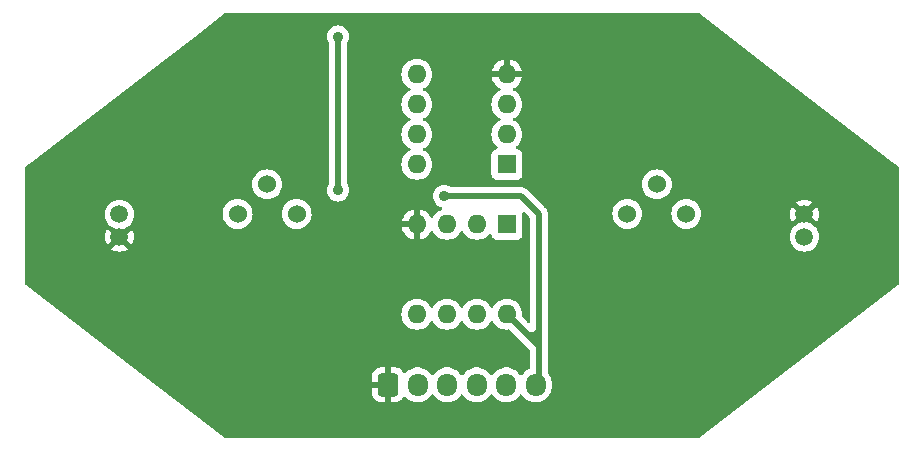
<source format=gbl>
G04 #@! TF.GenerationSoftware,KiCad,Pcbnew,8.0.6-8.0.6-0~ubuntu24.04.1*
G04 #@! TF.CreationDate,2024-10-31T11:29:27+09:00*
G04 #@! TF.ProjectId,zatopos-ear-mic,7a61746f-706f-4732-9d65-61722d6d6963,rev?*
G04 #@! TF.SameCoordinates,Original*
G04 #@! TF.FileFunction,Copper,L2,Bot*
G04 #@! TF.FilePolarity,Positive*
%FSLAX46Y46*%
G04 Gerber Fmt 4.6, Leading zero omitted, Abs format (unit mm)*
G04 Created by KiCad (PCBNEW 8.0.6-8.0.6-0~ubuntu24.04.1) date 2024-10-31 11:29:27*
%MOMM*%
%LPD*%
G01*
G04 APERTURE LIST*
G04 Aperture macros list*
%AMRoundRect*
0 Rectangle with rounded corners*
0 $1 Rounding radius*
0 $2 $3 $4 $5 $6 $7 $8 $9 X,Y pos of 4 corners*
0 Add a 4 corners polygon primitive as box body*
4,1,4,$2,$3,$4,$5,$6,$7,$8,$9,$2,$3,0*
0 Add four circle primitives for the rounded corners*
1,1,$1+$1,$2,$3*
1,1,$1+$1,$4,$5*
1,1,$1+$1,$6,$7*
1,1,$1+$1,$8,$9*
0 Add four rect primitives between the rounded corners*
20,1,$1+$1,$2,$3,$4,$5,0*
20,1,$1+$1,$4,$5,$6,$7,0*
20,1,$1+$1,$6,$7,$8,$9,0*
20,1,$1+$1,$8,$9,$2,$3,0*%
G04 Aperture macros list end*
G04 #@! TA.AperFunction,ComponentPad*
%ADD10RoundRect,0.250000X-0.600000X-0.725000X0.600000X-0.725000X0.600000X0.725000X-0.600000X0.725000X0*%
G04 #@! TD*
G04 #@! TA.AperFunction,ComponentPad*
%ADD11O,1.700000X1.950000*%
G04 #@! TD*
G04 #@! TA.AperFunction,ComponentPad*
%ADD12C,1.524000*%
G04 #@! TD*
G04 #@! TA.AperFunction,ComponentPad*
%ADD13R,1.600000X1.600000*%
G04 #@! TD*
G04 #@! TA.AperFunction,ComponentPad*
%ADD14O,1.600000X1.600000*%
G04 #@! TD*
G04 #@! TA.AperFunction,ComponentPad*
%ADD15C,1.500000*%
G04 #@! TD*
G04 #@! TA.AperFunction,ViaPad*
%ADD16C,0.900000*%
G04 #@! TD*
G04 #@! TA.AperFunction,Conductor*
%ADD17C,0.500000*%
G04 #@! TD*
G04 APERTURE END LIST*
D10*
X143750000Y-113475000D03*
D11*
X146250000Y-113475000D03*
X148750000Y-113475000D03*
X151250000Y-113475000D03*
X153750000Y-113475000D03*
X156250000Y-113475000D03*
D12*
X131000000Y-99000000D03*
X133500000Y-96500000D03*
X136000000Y-99000000D03*
D13*
X153800000Y-94800000D03*
D14*
X153800000Y-92260000D03*
X153800000Y-89720000D03*
X153800000Y-87180000D03*
X146180000Y-87180000D03*
X146180000Y-89720000D03*
X146180000Y-92260000D03*
X146180000Y-94800000D03*
D13*
X153800000Y-99880000D03*
D14*
X151260000Y-99880000D03*
X148720000Y-99880000D03*
X146180000Y-99880000D03*
X146180000Y-107500000D03*
X148720000Y-107500000D03*
X151260000Y-107500000D03*
X153800000Y-107500000D03*
D12*
X164000000Y-99000000D03*
X166500000Y-96500000D03*
X169000000Y-99000000D03*
D15*
X179000000Y-100950000D03*
X179000000Y-99050000D03*
X121000000Y-99050000D03*
X121000000Y-100950000D03*
D16*
X150000000Y-104000000D03*
X160000000Y-88500000D03*
X150000000Y-91000000D03*
X139500000Y-97000000D03*
X139500000Y-84000000D03*
X148500000Y-97500000D03*
D17*
X139500000Y-84000000D02*
X139500000Y-97000000D01*
X155000000Y-97500000D02*
X156500000Y-99000000D01*
X156500000Y-113225000D02*
X156250000Y-113475000D01*
X153800000Y-107500000D02*
X156500000Y-110200000D01*
X148500000Y-97500000D02*
X155000000Y-97500000D01*
X156250000Y-113750000D02*
X156250000Y-113475000D01*
X156500000Y-99000000D02*
X156500000Y-113225000D01*
G04 #@! TA.AperFunction,Conductor*
G36*
X156419334Y-108683180D02*
G01*
X156475267Y-108725052D01*
X156499684Y-108790516D01*
X156500000Y-108799362D01*
X156500000Y-110200638D01*
X156480315Y-110267677D01*
X156427511Y-110313432D01*
X156358353Y-110323376D01*
X156294797Y-110294351D01*
X156288319Y-110288319D01*
X155211681Y-109211681D01*
X155178196Y-109150358D01*
X155183180Y-109080666D01*
X155225052Y-109024733D01*
X155290516Y-109000316D01*
X155299362Y-109000000D01*
X156000000Y-109000000D01*
X156288319Y-108711681D01*
X156349642Y-108678196D01*
X156419334Y-108683180D01*
G37*
G04 #@! TD.AperFunction*
G04 #@! TA.AperFunction,Conductor*
G36*
X170025061Y-82019685D02*
G01*
X170033346Y-82025500D01*
X175066696Y-85874532D01*
X186442010Y-94573302D01*
X186951324Y-94962777D01*
X186992620Y-95019136D01*
X187000000Y-95061277D01*
X187000000Y-104938722D01*
X186980315Y-105005761D01*
X186951324Y-105037222D01*
X170033346Y-117974500D01*
X169968135Y-117999587D01*
X169958022Y-118000000D01*
X130041978Y-118000000D01*
X129974939Y-117980315D01*
X129966654Y-117974500D01*
X123069248Y-112700013D01*
X142400000Y-112700013D01*
X142400000Y-113225000D01*
X143345854Y-113225000D01*
X143307370Y-113291657D01*
X143275000Y-113412465D01*
X143275000Y-113537535D01*
X143307370Y-113658343D01*
X143345854Y-113725000D01*
X142400001Y-113725000D01*
X142400001Y-114249986D01*
X142410494Y-114352697D01*
X142465641Y-114519119D01*
X142465643Y-114519124D01*
X142557684Y-114668345D01*
X142681654Y-114792315D01*
X142830875Y-114884356D01*
X142830880Y-114884358D01*
X142997302Y-114939505D01*
X142997309Y-114939506D01*
X143100019Y-114949999D01*
X143499999Y-114949999D01*
X143500000Y-114949998D01*
X143500000Y-113879145D01*
X143566657Y-113917630D01*
X143687465Y-113950000D01*
X143812535Y-113950000D01*
X143933343Y-113917630D01*
X144000000Y-113879145D01*
X144000000Y-114949999D01*
X144399972Y-114949999D01*
X144399986Y-114949998D01*
X144502697Y-114939505D01*
X144669119Y-114884358D01*
X144669124Y-114884356D01*
X144818345Y-114792315D01*
X144942317Y-114668343D01*
X145037815Y-114513516D01*
X145089763Y-114466791D01*
X145158725Y-114455568D01*
X145222808Y-114483412D01*
X145231035Y-114490931D01*
X145370213Y-114630109D01*
X145542179Y-114755048D01*
X145542181Y-114755049D01*
X145542184Y-114755051D01*
X145731588Y-114851557D01*
X145933757Y-114917246D01*
X146143713Y-114950500D01*
X146143714Y-114950500D01*
X146356286Y-114950500D01*
X146356287Y-114950500D01*
X146566243Y-114917246D01*
X146768412Y-114851557D01*
X146957816Y-114755051D01*
X147007599Y-114718882D01*
X147129786Y-114630109D01*
X147129788Y-114630106D01*
X147129792Y-114630104D01*
X147280104Y-114479792D01*
X147399683Y-114315204D01*
X147455011Y-114272540D01*
X147524624Y-114266561D01*
X147586420Y-114299166D01*
X147600313Y-114315199D01*
X147702296Y-114455568D01*
X147719896Y-114479792D01*
X147870213Y-114630109D01*
X148042179Y-114755048D01*
X148042181Y-114755049D01*
X148042184Y-114755051D01*
X148231588Y-114851557D01*
X148433757Y-114917246D01*
X148643713Y-114950500D01*
X148643714Y-114950500D01*
X148856286Y-114950500D01*
X148856287Y-114950500D01*
X149066243Y-114917246D01*
X149268412Y-114851557D01*
X149457816Y-114755051D01*
X149507599Y-114718882D01*
X149629786Y-114630109D01*
X149629788Y-114630106D01*
X149629792Y-114630104D01*
X149780104Y-114479792D01*
X149899683Y-114315204D01*
X149955011Y-114272540D01*
X150024624Y-114266561D01*
X150086420Y-114299166D01*
X150100313Y-114315199D01*
X150202296Y-114455568D01*
X150219896Y-114479792D01*
X150370213Y-114630109D01*
X150542179Y-114755048D01*
X150542181Y-114755049D01*
X150542184Y-114755051D01*
X150731588Y-114851557D01*
X150933757Y-114917246D01*
X151143713Y-114950500D01*
X151143714Y-114950500D01*
X151356286Y-114950500D01*
X151356287Y-114950500D01*
X151566243Y-114917246D01*
X151768412Y-114851557D01*
X151957816Y-114755051D01*
X152007599Y-114718882D01*
X152129786Y-114630109D01*
X152129788Y-114630106D01*
X152129792Y-114630104D01*
X152280104Y-114479792D01*
X152399683Y-114315204D01*
X152455011Y-114272540D01*
X152524624Y-114266561D01*
X152586420Y-114299166D01*
X152600313Y-114315199D01*
X152702296Y-114455568D01*
X152719896Y-114479792D01*
X152870213Y-114630109D01*
X153042179Y-114755048D01*
X153042181Y-114755049D01*
X153042184Y-114755051D01*
X153231588Y-114851557D01*
X153433757Y-114917246D01*
X153643713Y-114950500D01*
X153643714Y-114950500D01*
X153856286Y-114950500D01*
X153856287Y-114950500D01*
X154066243Y-114917246D01*
X154268412Y-114851557D01*
X154457816Y-114755051D01*
X154507599Y-114718882D01*
X154629786Y-114630109D01*
X154629788Y-114630106D01*
X154629792Y-114630104D01*
X154780104Y-114479792D01*
X154899683Y-114315204D01*
X154955011Y-114272540D01*
X155024624Y-114266561D01*
X155086420Y-114299166D01*
X155100313Y-114315199D01*
X155202296Y-114455568D01*
X155219896Y-114479792D01*
X155370213Y-114630109D01*
X155542179Y-114755048D01*
X155542181Y-114755049D01*
X155542184Y-114755051D01*
X155731588Y-114851557D01*
X155933757Y-114917246D01*
X156143713Y-114950500D01*
X156143714Y-114950500D01*
X156356286Y-114950500D01*
X156356287Y-114950500D01*
X156566243Y-114917246D01*
X156768412Y-114851557D01*
X156957816Y-114755051D01*
X157007599Y-114718882D01*
X157129786Y-114630109D01*
X157129788Y-114630106D01*
X157129792Y-114630104D01*
X157280104Y-114479792D01*
X157280106Y-114479788D01*
X157280109Y-114479786D01*
X157405048Y-114307820D01*
X157405047Y-114307820D01*
X157405051Y-114307816D01*
X157501557Y-114118412D01*
X157567246Y-113916243D01*
X157600500Y-113706287D01*
X157600500Y-113243713D01*
X157567246Y-113033757D01*
X157501557Y-112831588D01*
X157405051Y-112642184D01*
X157405049Y-112642181D01*
X157405048Y-112642179D01*
X157277241Y-112466266D01*
X157278108Y-112465635D01*
X157251641Y-112406581D01*
X157250500Y-112389800D01*
X157250500Y-100950000D01*
X177744723Y-100950000D01*
X177762996Y-101158872D01*
X177763793Y-101167975D01*
X177763793Y-101167979D01*
X177820422Y-101379322D01*
X177820424Y-101379326D01*
X177820425Y-101379330D01*
X177866661Y-101478484D01*
X177912897Y-101577638D01*
X177912898Y-101577639D01*
X178038402Y-101756877D01*
X178193123Y-101911598D01*
X178372361Y-102037102D01*
X178570670Y-102129575D01*
X178782023Y-102186207D01*
X178964926Y-102202208D01*
X178999998Y-102205277D01*
X179000000Y-102205277D01*
X179000002Y-102205277D01*
X179028254Y-102202805D01*
X179217977Y-102186207D01*
X179429330Y-102129575D01*
X179627639Y-102037102D01*
X179806877Y-101911598D01*
X179961598Y-101756877D01*
X180087102Y-101577639D01*
X180179575Y-101379330D01*
X180236207Y-101167977D01*
X180255277Y-100950000D01*
X180236207Y-100732023D01*
X180179575Y-100520670D01*
X180087102Y-100322362D01*
X180087100Y-100322359D01*
X180087099Y-100322357D01*
X179961599Y-100143124D01*
X179916006Y-100097531D01*
X179806877Y-99988402D01*
X179627639Y-99862898D01*
X179627640Y-99862898D01*
X179627638Y-99862897D01*
X179429330Y-99770425D01*
X179376099Y-99756161D01*
X179320514Y-99724068D01*
X179000001Y-99403553D01*
X179000000Y-99403553D01*
X178679484Y-99724068D01*
X178623899Y-99756161D01*
X178570671Y-99770424D01*
X178570670Y-99770424D01*
X178372361Y-99862898D01*
X178372357Y-99862900D01*
X178193121Y-99988402D01*
X178038402Y-100143121D01*
X177912900Y-100322357D01*
X177912898Y-100322361D01*
X177820426Y-100520668D01*
X177820422Y-100520677D01*
X177763793Y-100732020D01*
X177763793Y-100732024D01*
X177747144Y-100922331D01*
X177744723Y-100950000D01*
X157250500Y-100950000D01*
X157250500Y-98999997D01*
X162732677Y-98999997D01*
X162732677Y-99000002D01*
X162751929Y-99220062D01*
X162751930Y-99220070D01*
X162809104Y-99433445D01*
X162809105Y-99433447D01*
X162809106Y-99433450D01*
X162830501Y-99479331D01*
X162902466Y-99633662D01*
X162902468Y-99633666D01*
X163029170Y-99814615D01*
X163029175Y-99814621D01*
X163185378Y-99970824D01*
X163185384Y-99970829D01*
X163366333Y-100097531D01*
X163366335Y-100097532D01*
X163366338Y-100097534D01*
X163566550Y-100190894D01*
X163779932Y-100248070D01*
X163921188Y-100260428D01*
X163999998Y-100267323D01*
X164000000Y-100267323D01*
X164000002Y-100267323D01*
X164055017Y-100262509D01*
X164220068Y-100248070D01*
X164433450Y-100190894D01*
X164633662Y-100097534D01*
X164814620Y-99970826D01*
X164970826Y-99814620D01*
X165097534Y-99633662D01*
X165190894Y-99433450D01*
X165248070Y-99220068D01*
X165262509Y-99055017D01*
X165267323Y-99000002D01*
X165267323Y-98999997D01*
X167732677Y-98999997D01*
X167732677Y-99000002D01*
X167751929Y-99220062D01*
X167751930Y-99220070D01*
X167809104Y-99433445D01*
X167809105Y-99433447D01*
X167809106Y-99433450D01*
X167830501Y-99479331D01*
X167902466Y-99633662D01*
X167902468Y-99633666D01*
X168029170Y-99814615D01*
X168029175Y-99814621D01*
X168185378Y-99970824D01*
X168185384Y-99970829D01*
X168366333Y-100097531D01*
X168366335Y-100097532D01*
X168366338Y-100097534D01*
X168566550Y-100190894D01*
X168779932Y-100248070D01*
X168921188Y-100260428D01*
X168999998Y-100267323D01*
X169000000Y-100267323D01*
X169000002Y-100267323D01*
X169055017Y-100262509D01*
X169220068Y-100248070D01*
X169433450Y-100190894D01*
X169633662Y-100097534D01*
X169814620Y-99970826D01*
X169970826Y-99814620D01*
X170097534Y-99633662D01*
X170190894Y-99433450D01*
X170248070Y-99220068D01*
X170262509Y-99055017D01*
X170262948Y-99049999D01*
X177745225Y-99049999D01*
X177745225Y-99050000D01*
X177764287Y-99267884D01*
X177764289Y-99267894D01*
X177820894Y-99479150D01*
X177820898Y-99479159D01*
X177913333Y-99677387D01*
X177956874Y-99739571D01*
X178646446Y-99050000D01*
X178606950Y-99010504D01*
X178700000Y-99010504D01*
X178700000Y-99089496D01*
X178720444Y-99165796D01*
X178759940Y-99234205D01*
X178815795Y-99290060D01*
X178884204Y-99329556D01*
X178960504Y-99350000D01*
X179039496Y-99350000D01*
X179115796Y-99329556D01*
X179184205Y-99290060D01*
X179240060Y-99234205D01*
X179279556Y-99165796D01*
X179300000Y-99089496D01*
X179300000Y-99049999D01*
X179353553Y-99049999D01*
X179353553Y-99050000D01*
X180043124Y-99739570D01*
X180086668Y-99677385D01*
X180086669Y-99677383D01*
X180179100Y-99479164D01*
X180179105Y-99479150D01*
X180235710Y-99267894D01*
X180235712Y-99267884D01*
X180254775Y-99050000D01*
X180254775Y-99049999D01*
X180235712Y-98832115D01*
X180235710Y-98832105D01*
X180179105Y-98620849D01*
X180179101Y-98620840D01*
X180086667Y-98422614D01*
X180086666Y-98422612D01*
X180043124Y-98360428D01*
X180043124Y-98360427D01*
X179353553Y-99049999D01*
X179300000Y-99049999D01*
X179300000Y-99010504D01*
X179279556Y-98934204D01*
X179240060Y-98865795D01*
X179184205Y-98809940D01*
X179115796Y-98770444D01*
X179039496Y-98750000D01*
X178960504Y-98750000D01*
X178884204Y-98770444D01*
X178815795Y-98809940D01*
X178759940Y-98865795D01*
X178720444Y-98934204D01*
X178700000Y-99010504D01*
X178606950Y-99010504D01*
X177956874Y-98360428D01*
X177913333Y-98422613D01*
X177820898Y-98620840D01*
X177820894Y-98620849D01*
X177764289Y-98832105D01*
X177764287Y-98832115D01*
X177745225Y-99049999D01*
X170262948Y-99049999D01*
X170267323Y-99000002D01*
X170267323Y-98999997D01*
X170258398Y-98897983D01*
X170248070Y-98779932D01*
X170190894Y-98566550D01*
X170097534Y-98366339D01*
X170011258Y-98243123D01*
X169970827Y-98185381D01*
X169960803Y-98175357D01*
X169814620Y-98029174D01*
X169814616Y-98029171D01*
X169814615Y-98029170D01*
X169782773Y-98006874D01*
X178310428Y-98006874D01*
X179000000Y-98696446D01*
X179000001Y-98696446D01*
X179689571Y-98006874D01*
X179627387Y-97963333D01*
X179429159Y-97870898D01*
X179429150Y-97870894D01*
X179217894Y-97814289D01*
X179217884Y-97814287D01*
X179000001Y-97795225D01*
X178999999Y-97795225D01*
X178782115Y-97814287D01*
X178782105Y-97814289D01*
X178570849Y-97870894D01*
X178570840Y-97870898D01*
X178372613Y-97963333D01*
X178310428Y-98006874D01*
X169782773Y-98006874D01*
X169633666Y-97902468D01*
X169633662Y-97902466D01*
X169633660Y-97902465D01*
X169433450Y-97809106D01*
X169433447Y-97809105D01*
X169433445Y-97809104D01*
X169220070Y-97751930D01*
X169220062Y-97751929D01*
X169000002Y-97732677D01*
X168999998Y-97732677D01*
X168779937Y-97751929D01*
X168779929Y-97751930D01*
X168566554Y-97809104D01*
X168566548Y-97809107D01*
X168366340Y-97902465D01*
X168366338Y-97902466D01*
X168185377Y-98029175D01*
X168029175Y-98185377D01*
X167902466Y-98366338D01*
X167902465Y-98366340D01*
X167809107Y-98566548D01*
X167809104Y-98566554D01*
X167751930Y-98779929D01*
X167751929Y-98779937D01*
X167732677Y-98999997D01*
X165267323Y-98999997D01*
X165258398Y-98897983D01*
X165248070Y-98779932D01*
X165190894Y-98566550D01*
X165097534Y-98366339D01*
X165011258Y-98243123D01*
X164970827Y-98185381D01*
X164960803Y-98175357D01*
X164814620Y-98029174D01*
X164814616Y-98029171D01*
X164814615Y-98029170D01*
X164633666Y-97902468D01*
X164633662Y-97902466D01*
X164633660Y-97902465D01*
X164433450Y-97809106D01*
X164433447Y-97809105D01*
X164433445Y-97809104D01*
X164220070Y-97751930D01*
X164220062Y-97751929D01*
X164000002Y-97732677D01*
X163999998Y-97732677D01*
X163779937Y-97751929D01*
X163779929Y-97751930D01*
X163566554Y-97809104D01*
X163566548Y-97809107D01*
X163366340Y-97902465D01*
X163366338Y-97902466D01*
X163185377Y-98029175D01*
X163029175Y-98185377D01*
X162902466Y-98366338D01*
X162902465Y-98366340D01*
X162809107Y-98566548D01*
X162809104Y-98566554D01*
X162751930Y-98779929D01*
X162751929Y-98779937D01*
X162732677Y-98999997D01*
X157250500Y-98999997D01*
X157250500Y-98926079D01*
X157221659Y-98781092D01*
X157221658Y-98781091D01*
X157221658Y-98781087D01*
X157217250Y-98770444D01*
X157165087Y-98644511D01*
X157165080Y-98644498D01*
X157082952Y-98521585D01*
X157067941Y-98506574D01*
X156978416Y-98417049D01*
X156649769Y-98088402D01*
X155478421Y-96917052D01*
X155478414Y-96917046D01*
X155404729Y-96867812D01*
X155404729Y-96867813D01*
X155355491Y-96834913D01*
X155218917Y-96778343D01*
X155218907Y-96778340D01*
X155073920Y-96749500D01*
X155073918Y-96749500D01*
X149128163Y-96749500D01*
X149061124Y-96729815D01*
X149049504Y-96721358D01*
X149030625Y-96705864D01*
X149030624Y-96705863D01*
X149030621Y-96705861D01*
X149030619Y-96705860D01*
X148865502Y-96617604D01*
X148686333Y-96563253D01*
X148686331Y-96563252D01*
X148500000Y-96544901D01*
X148313668Y-96563252D01*
X148313666Y-96563253D01*
X148134497Y-96617604D01*
X147969376Y-96705862D01*
X147969373Y-96705864D01*
X147824642Y-96824642D01*
X147705864Y-96969373D01*
X147705862Y-96969376D01*
X147617604Y-97134497D01*
X147563253Y-97313666D01*
X147563252Y-97313668D01*
X147544901Y-97500000D01*
X147563252Y-97686331D01*
X147563253Y-97686333D01*
X147617604Y-97865502D01*
X147705862Y-98030623D01*
X147705864Y-98030626D01*
X147824642Y-98175357D01*
X147969373Y-98294135D01*
X147969376Y-98294137D01*
X148134494Y-98382394D01*
X148134496Y-98382394D01*
X148134499Y-98382396D01*
X148260517Y-98420623D01*
X148318954Y-98458920D01*
X148347410Y-98522732D01*
X148336850Y-98591799D01*
X148290626Y-98644193D01*
X148276925Y-98651665D01*
X148067267Y-98749431D01*
X148067265Y-98749432D01*
X147880858Y-98879954D01*
X147719954Y-99040858D01*
X147589433Y-99227264D01*
X147589432Y-99227266D01*
X147570492Y-99267884D01*
X147562106Y-99285867D01*
X147515933Y-99338306D01*
X147448739Y-99357457D01*
X147381858Y-99337241D01*
X147337342Y-99285865D01*
X147310135Y-99227520D01*
X147310134Y-99227518D01*
X147179657Y-99041179D01*
X147018820Y-98880342D01*
X146832482Y-98749865D01*
X146626328Y-98653734D01*
X146430000Y-98601127D01*
X146430000Y-99564314D01*
X146425606Y-99559920D01*
X146334394Y-99507259D01*
X146232661Y-99480000D01*
X146127339Y-99480000D01*
X146025606Y-99507259D01*
X145934394Y-99559920D01*
X145930000Y-99564314D01*
X145930000Y-98601127D01*
X145733671Y-98653734D01*
X145527517Y-98749865D01*
X145341179Y-98880342D01*
X145180342Y-99041179D01*
X145049865Y-99227517D01*
X144953734Y-99433673D01*
X144953730Y-99433682D01*
X144901127Y-99629999D01*
X144901128Y-99630000D01*
X145864314Y-99630000D01*
X145859920Y-99634394D01*
X145807259Y-99725606D01*
X145780000Y-99827339D01*
X145780000Y-99932661D01*
X145807259Y-100034394D01*
X145859920Y-100125606D01*
X145864314Y-100130000D01*
X144901128Y-100130000D01*
X144953730Y-100326317D01*
X144953734Y-100326326D01*
X145049865Y-100532482D01*
X145180342Y-100718820D01*
X145341179Y-100879657D01*
X145527517Y-101010134D01*
X145733673Y-101106265D01*
X145733682Y-101106269D01*
X145929999Y-101158872D01*
X145930000Y-101158871D01*
X145930000Y-100195686D01*
X145934394Y-100200080D01*
X146025606Y-100252741D01*
X146127339Y-100280000D01*
X146232661Y-100280000D01*
X146334394Y-100252741D01*
X146425606Y-100200080D01*
X146430000Y-100195686D01*
X146430000Y-101158872D01*
X146626317Y-101106269D01*
X146626326Y-101106265D01*
X146832482Y-101010134D01*
X147018820Y-100879657D01*
X147179657Y-100718820D01*
X147310132Y-100532484D01*
X147337341Y-100474134D01*
X147383513Y-100421695D01*
X147450707Y-100402542D01*
X147517588Y-100422757D01*
X147562106Y-100474133D01*
X147589431Y-100532732D01*
X147589432Y-100532734D01*
X147719954Y-100719141D01*
X147880858Y-100880045D01*
X147880861Y-100880047D01*
X148067266Y-101010568D01*
X148273504Y-101106739D01*
X148493308Y-101165635D01*
X148655230Y-101179801D01*
X148719998Y-101185468D01*
X148720000Y-101185468D01*
X148720002Y-101185468D01*
X148776807Y-101180498D01*
X148946692Y-101165635D01*
X149166496Y-101106739D01*
X149372734Y-101010568D01*
X149559139Y-100880047D01*
X149720047Y-100719139D01*
X149850568Y-100532734D01*
X149877618Y-100474724D01*
X149923790Y-100422285D01*
X149990983Y-100403133D01*
X150057865Y-100423348D01*
X150102382Y-100474725D01*
X150129429Y-100532728D01*
X150129432Y-100532734D01*
X150259954Y-100719141D01*
X150420858Y-100880045D01*
X150420861Y-100880047D01*
X150607266Y-101010568D01*
X150813504Y-101106739D01*
X151033308Y-101165635D01*
X151195230Y-101179801D01*
X151259998Y-101185468D01*
X151260000Y-101185468D01*
X151260002Y-101185468D01*
X151316807Y-101180498D01*
X151486692Y-101165635D01*
X151706496Y-101106739D01*
X151912734Y-101010568D01*
X152099139Y-100880047D01*
X152260047Y-100719139D01*
X152277272Y-100694539D01*
X152331848Y-100650913D01*
X152401346Y-100643718D01*
X152463701Y-100675239D01*
X152499116Y-100735468D01*
X152502138Y-100752406D01*
X152505908Y-100787483D01*
X152556202Y-100922328D01*
X152556206Y-100922335D01*
X152642452Y-101037544D01*
X152642455Y-101037547D01*
X152757664Y-101123793D01*
X152757671Y-101123797D01*
X152892517Y-101174091D01*
X152892516Y-101174091D01*
X152899444Y-101174835D01*
X152952127Y-101180500D01*
X154647872Y-101180499D01*
X154707483Y-101174091D01*
X154842331Y-101123796D01*
X154957546Y-101037546D01*
X155043796Y-100922331D01*
X155094091Y-100787483D01*
X155100500Y-100727873D01*
X155100499Y-99032128D01*
X155094091Y-98972517D01*
X155094090Y-98972515D01*
X155093470Y-98966743D01*
X155105877Y-98897983D01*
X155153487Y-98846847D01*
X155221187Y-98829568D01*
X155287481Y-98851633D01*
X155304441Y-98865808D01*
X155713181Y-99274548D01*
X155746666Y-99335871D01*
X155749500Y-99362229D01*
X155749500Y-108088770D01*
X155729815Y-108155809D01*
X155677011Y-108201564D01*
X155607853Y-108211508D01*
X155544297Y-108182483D01*
X155537819Y-108176451D01*
X155126716Y-107765348D01*
X155093231Y-107704025D01*
X155090869Y-107666863D01*
X155105468Y-107500000D01*
X155085635Y-107273308D01*
X155026739Y-107053504D01*
X154930568Y-106847266D01*
X154800047Y-106660861D01*
X154800045Y-106660858D01*
X154639141Y-106499954D01*
X154452734Y-106369432D01*
X154452732Y-106369431D01*
X154246497Y-106273261D01*
X154246488Y-106273258D01*
X154026697Y-106214366D01*
X154026693Y-106214365D01*
X154026692Y-106214365D01*
X154026691Y-106214364D01*
X154026686Y-106214364D01*
X153800002Y-106194532D01*
X153799998Y-106194532D01*
X153573313Y-106214364D01*
X153573302Y-106214366D01*
X153353511Y-106273258D01*
X153353502Y-106273261D01*
X153147267Y-106369431D01*
X153147265Y-106369432D01*
X152960858Y-106499954D01*
X152799954Y-106660858D01*
X152669432Y-106847265D01*
X152669431Y-106847267D01*
X152642382Y-106905275D01*
X152596209Y-106957714D01*
X152529016Y-106976866D01*
X152462135Y-106956650D01*
X152417618Y-106905275D01*
X152390568Y-106847267D01*
X152390567Y-106847265D01*
X152260045Y-106660858D01*
X152099141Y-106499954D01*
X151912734Y-106369432D01*
X151912732Y-106369431D01*
X151706497Y-106273261D01*
X151706488Y-106273258D01*
X151486697Y-106214366D01*
X151486693Y-106214365D01*
X151486692Y-106214365D01*
X151486691Y-106214364D01*
X151486686Y-106214364D01*
X151260002Y-106194532D01*
X151259998Y-106194532D01*
X151033313Y-106214364D01*
X151033302Y-106214366D01*
X150813511Y-106273258D01*
X150813502Y-106273261D01*
X150607267Y-106369431D01*
X150607265Y-106369432D01*
X150420858Y-106499954D01*
X150259954Y-106660858D01*
X150129432Y-106847265D01*
X150129431Y-106847267D01*
X150102382Y-106905275D01*
X150056209Y-106957714D01*
X149989016Y-106976866D01*
X149922135Y-106956650D01*
X149877618Y-106905275D01*
X149850568Y-106847267D01*
X149850567Y-106847265D01*
X149720045Y-106660858D01*
X149559141Y-106499954D01*
X149372734Y-106369432D01*
X149372732Y-106369431D01*
X149166497Y-106273261D01*
X149166488Y-106273258D01*
X148946697Y-106214366D01*
X148946693Y-106214365D01*
X148946692Y-106214365D01*
X148946691Y-106214364D01*
X148946686Y-106214364D01*
X148720002Y-106194532D01*
X148719998Y-106194532D01*
X148493313Y-106214364D01*
X148493302Y-106214366D01*
X148273511Y-106273258D01*
X148273502Y-106273261D01*
X148067267Y-106369431D01*
X148067265Y-106369432D01*
X147880858Y-106499954D01*
X147719954Y-106660858D01*
X147589432Y-106847265D01*
X147589431Y-106847267D01*
X147562382Y-106905275D01*
X147516209Y-106957714D01*
X147449016Y-106976866D01*
X147382135Y-106956650D01*
X147337618Y-106905275D01*
X147310568Y-106847267D01*
X147310567Y-106847265D01*
X147180045Y-106660858D01*
X147019141Y-106499954D01*
X146832734Y-106369432D01*
X146832732Y-106369431D01*
X146626497Y-106273261D01*
X146626488Y-106273258D01*
X146406697Y-106214366D01*
X146406693Y-106214365D01*
X146406692Y-106214365D01*
X146406691Y-106214364D01*
X146406686Y-106214364D01*
X146180002Y-106194532D01*
X146179998Y-106194532D01*
X145953313Y-106214364D01*
X145953302Y-106214366D01*
X145733511Y-106273258D01*
X145733502Y-106273261D01*
X145527267Y-106369431D01*
X145527265Y-106369432D01*
X145340858Y-106499954D01*
X145179954Y-106660858D01*
X145049432Y-106847265D01*
X145049431Y-106847267D01*
X144953261Y-107053502D01*
X144953258Y-107053511D01*
X144894366Y-107273302D01*
X144894364Y-107273313D01*
X144874532Y-107499998D01*
X144874532Y-107500001D01*
X144894364Y-107726686D01*
X144894366Y-107726697D01*
X144953258Y-107946488D01*
X144953261Y-107946497D01*
X145049431Y-108152732D01*
X145049432Y-108152734D01*
X145179954Y-108339141D01*
X145340858Y-108500045D01*
X145340861Y-108500047D01*
X145527266Y-108630568D01*
X145733504Y-108726739D01*
X145953308Y-108785635D01*
X146115230Y-108799801D01*
X146179998Y-108805468D01*
X146180000Y-108805468D01*
X146180002Y-108805468D01*
X146236673Y-108800509D01*
X146406692Y-108785635D01*
X146626496Y-108726739D01*
X146832734Y-108630568D01*
X147019139Y-108500047D01*
X147180047Y-108339139D01*
X147310568Y-108152734D01*
X147337618Y-108094724D01*
X147383790Y-108042285D01*
X147450983Y-108023133D01*
X147517865Y-108043348D01*
X147562382Y-108094725D01*
X147589429Y-108152728D01*
X147589432Y-108152734D01*
X147719954Y-108339141D01*
X147880858Y-108500045D01*
X147880861Y-108500047D01*
X148067266Y-108630568D01*
X148273504Y-108726739D01*
X148493308Y-108785635D01*
X148655230Y-108799801D01*
X148719998Y-108805468D01*
X148720000Y-108805468D01*
X148720002Y-108805468D01*
X148776673Y-108800509D01*
X148946692Y-108785635D01*
X149166496Y-108726739D01*
X149372734Y-108630568D01*
X149559139Y-108500047D01*
X149720047Y-108339139D01*
X149850568Y-108152734D01*
X149877618Y-108094724D01*
X149923790Y-108042285D01*
X149990983Y-108023133D01*
X150057865Y-108043348D01*
X150102382Y-108094725D01*
X150129429Y-108152728D01*
X150129432Y-108152734D01*
X150259954Y-108339141D01*
X150420858Y-108500045D01*
X150420861Y-108500047D01*
X150607266Y-108630568D01*
X150813504Y-108726739D01*
X151033308Y-108785635D01*
X151195230Y-108799801D01*
X151259998Y-108805468D01*
X151260000Y-108805468D01*
X151260002Y-108805468D01*
X151316673Y-108800509D01*
X151486692Y-108785635D01*
X151706496Y-108726739D01*
X151912734Y-108630568D01*
X152099139Y-108500047D01*
X152260047Y-108339139D01*
X152390568Y-108152734D01*
X152417618Y-108094724D01*
X152463790Y-108042285D01*
X152530983Y-108023133D01*
X152597865Y-108043348D01*
X152642382Y-108094725D01*
X152669429Y-108152728D01*
X152669432Y-108152734D01*
X152799954Y-108339141D01*
X152960858Y-108500045D01*
X152960861Y-108500047D01*
X153147266Y-108630568D01*
X153353504Y-108726739D01*
X153573308Y-108785635D01*
X153735230Y-108799801D01*
X153799998Y-108805468D01*
X153800000Y-108805468D01*
X153800001Y-108805468D01*
X153820062Y-108803712D01*
X153966861Y-108790869D01*
X154035359Y-108804635D01*
X154065348Y-108826716D01*
X155713181Y-110474548D01*
X155746666Y-110535871D01*
X155749500Y-110562229D01*
X155749500Y-112013328D01*
X155729815Y-112080367D01*
X155681795Y-112123813D01*
X155542180Y-112194951D01*
X155370213Y-112319890D01*
X155219894Y-112470209D01*
X155219890Y-112470214D01*
X155100318Y-112634793D01*
X155044989Y-112677459D01*
X154975375Y-112683438D01*
X154913580Y-112650833D01*
X154899682Y-112634793D01*
X154780109Y-112470214D01*
X154780105Y-112470209D01*
X154629786Y-112319890D01*
X154457820Y-112194951D01*
X154268414Y-112098444D01*
X154268413Y-112098443D01*
X154268412Y-112098443D01*
X154066243Y-112032754D01*
X154066241Y-112032753D01*
X154066240Y-112032753D01*
X153904957Y-112007208D01*
X153856287Y-111999500D01*
X153643713Y-111999500D01*
X153595042Y-112007208D01*
X153433760Y-112032753D01*
X153231585Y-112098444D01*
X153042179Y-112194951D01*
X152870213Y-112319890D01*
X152719894Y-112470209D01*
X152719890Y-112470214D01*
X152600318Y-112634793D01*
X152544989Y-112677459D01*
X152475375Y-112683438D01*
X152413580Y-112650833D01*
X152399682Y-112634793D01*
X152280109Y-112470214D01*
X152280105Y-112470209D01*
X152129786Y-112319890D01*
X151957820Y-112194951D01*
X151768414Y-112098444D01*
X151768413Y-112098443D01*
X151768412Y-112098443D01*
X151566243Y-112032754D01*
X151566241Y-112032753D01*
X151566240Y-112032753D01*
X151404957Y-112007208D01*
X151356287Y-111999500D01*
X151143713Y-111999500D01*
X151095042Y-112007208D01*
X150933760Y-112032753D01*
X150731585Y-112098444D01*
X150542179Y-112194951D01*
X150370213Y-112319890D01*
X150219894Y-112470209D01*
X150219890Y-112470214D01*
X150100318Y-112634793D01*
X150044989Y-112677459D01*
X149975375Y-112683438D01*
X149913580Y-112650833D01*
X149899682Y-112634793D01*
X149780109Y-112470214D01*
X149780105Y-112470209D01*
X149629786Y-112319890D01*
X149457820Y-112194951D01*
X149268414Y-112098444D01*
X149268413Y-112098443D01*
X149268412Y-112098443D01*
X149066243Y-112032754D01*
X149066241Y-112032753D01*
X149066240Y-112032753D01*
X148904957Y-112007208D01*
X148856287Y-111999500D01*
X148643713Y-111999500D01*
X148595042Y-112007208D01*
X148433760Y-112032753D01*
X148231585Y-112098444D01*
X148042179Y-112194951D01*
X147870213Y-112319890D01*
X147719894Y-112470209D01*
X147719890Y-112470214D01*
X147600318Y-112634793D01*
X147544989Y-112677459D01*
X147475375Y-112683438D01*
X147413580Y-112650833D01*
X147399682Y-112634793D01*
X147280109Y-112470214D01*
X147280105Y-112470209D01*
X147129786Y-112319890D01*
X146957820Y-112194951D01*
X146768414Y-112098444D01*
X146768413Y-112098443D01*
X146768412Y-112098443D01*
X146566243Y-112032754D01*
X146566241Y-112032753D01*
X146566240Y-112032753D01*
X146404957Y-112007208D01*
X146356287Y-111999500D01*
X146143713Y-111999500D01*
X146095042Y-112007208D01*
X145933760Y-112032753D01*
X145731585Y-112098444D01*
X145542179Y-112194951D01*
X145370215Y-112319889D01*
X145231035Y-112459069D01*
X145169712Y-112492553D01*
X145100020Y-112487569D01*
X145044087Y-112445697D01*
X145037815Y-112436484D01*
X144942315Y-112281654D01*
X144818345Y-112157684D01*
X144669124Y-112065643D01*
X144669119Y-112065641D01*
X144502697Y-112010494D01*
X144502690Y-112010493D01*
X144399986Y-112000000D01*
X144000000Y-112000000D01*
X144000000Y-113070854D01*
X143933343Y-113032370D01*
X143812535Y-113000000D01*
X143687465Y-113000000D01*
X143566657Y-113032370D01*
X143500000Y-113070854D01*
X143500000Y-112000000D01*
X143100028Y-112000000D01*
X143100012Y-112000001D01*
X142997302Y-112010494D01*
X142830880Y-112065641D01*
X142830875Y-112065643D01*
X142681654Y-112157684D01*
X142557684Y-112281654D01*
X142465643Y-112430875D01*
X142465641Y-112430880D01*
X142410494Y-112597302D01*
X142410493Y-112597309D01*
X142400000Y-112700013D01*
X123069248Y-112700013D01*
X113048676Y-105037222D01*
X113007380Y-104980863D01*
X113000000Y-104938722D01*
X113000000Y-101993124D01*
X120310427Y-101993124D01*
X120372612Y-102036666D01*
X120570840Y-102129101D01*
X120570849Y-102129105D01*
X120782105Y-102185710D01*
X120782115Y-102185712D01*
X120999999Y-102204775D01*
X121000001Y-102204775D01*
X121217884Y-102185712D01*
X121217894Y-102185710D01*
X121429150Y-102129105D01*
X121429164Y-102129100D01*
X121627383Y-102036669D01*
X121627385Y-102036668D01*
X121689571Y-101993124D01*
X121000001Y-101303553D01*
X121000000Y-101303553D01*
X120310427Y-101993124D01*
X113000000Y-101993124D01*
X113000000Y-100949999D01*
X119745225Y-100949999D01*
X119745225Y-100950000D01*
X119764287Y-101167884D01*
X119764289Y-101167894D01*
X119820894Y-101379150D01*
X119820898Y-101379159D01*
X119913333Y-101577387D01*
X119956874Y-101639571D01*
X120646446Y-100950000D01*
X120606950Y-100910504D01*
X120700000Y-100910504D01*
X120700000Y-100989496D01*
X120720444Y-101065796D01*
X120759940Y-101134205D01*
X120815795Y-101190060D01*
X120884204Y-101229556D01*
X120960504Y-101250000D01*
X121039496Y-101250000D01*
X121115796Y-101229556D01*
X121184205Y-101190060D01*
X121240060Y-101134205D01*
X121279556Y-101065796D01*
X121300000Y-100989496D01*
X121300000Y-100949999D01*
X121353553Y-100949999D01*
X121353553Y-100950000D01*
X122043124Y-101639570D01*
X122086668Y-101577385D01*
X122086669Y-101577383D01*
X122179100Y-101379164D01*
X122179105Y-101379150D01*
X122235710Y-101167894D01*
X122235712Y-101167884D01*
X122254775Y-100950000D01*
X122254775Y-100949999D01*
X122235712Y-100732115D01*
X122235710Y-100732105D01*
X122179105Y-100520849D01*
X122179101Y-100520840D01*
X122086667Y-100322614D01*
X122086666Y-100322612D01*
X122043124Y-100260428D01*
X122043124Y-100260427D01*
X121353553Y-100949999D01*
X121300000Y-100949999D01*
X121300000Y-100910504D01*
X121279556Y-100834204D01*
X121240060Y-100765795D01*
X121184205Y-100709940D01*
X121115796Y-100670444D01*
X121039496Y-100650000D01*
X120960504Y-100650000D01*
X120884204Y-100670444D01*
X120815795Y-100709940D01*
X120759940Y-100765795D01*
X120720444Y-100834204D01*
X120700000Y-100910504D01*
X120606950Y-100910504D01*
X119956874Y-100260428D01*
X119913333Y-100322613D01*
X119820898Y-100520840D01*
X119820894Y-100520849D01*
X119764289Y-100732105D01*
X119764287Y-100732115D01*
X119745225Y-100949999D01*
X113000000Y-100949999D01*
X113000000Y-99049997D01*
X119744723Y-99049997D01*
X119744723Y-99050002D01*
X119748178Y-99089496D01*
X119760838Y-99234205D01*
X119763793Y-99267975D01*
X119763793Y-99267979D01*
X119820422Y-99479322D01*
X119820424Y-99479326D01*
X119820425Y-99479330D01*
X119821264Y-99481129D01*
X119912897Y-99677638D01*
X119912898Y-99677639D01*
X120038402Y-99856877D01*
X120193123Y-100011598D01*
X120372361Y-100137102D01*
X120570670Y-100229575D01*
X120570677Y-100229576D01*
X120570682Y-100229579D01*
X120607105Y-100239337D01*
X120623895Y-100243836D01*
X120679484Y-100275930D01*
X120999999Y-100596445D01*
X121320513Y-100275930D01*
X121376097Y-100243838D01*
X121429330Y-100229575D01*
X121627639Y-100137102D01*
X121806877Y-100011598D01*
X121961598Y-99856877D01*
X122087102Y-99677639D01*
X122179575Y-99479330D01*
X122236207Y-99267977D01*
X122255277Y-99050000D01*
X122254477Y-99040861D01*
X122250902Y-98999997D01*
X129732677Y-98999997D01*
X129732677Y-99000002D01*
X129751929Y-99220062D01*
X129751930Y-99220070D01*
X129809104Y-99433445D01*
X129809105Y-99433447D01*
X129809106Y-99433450D01*
X129830501Y-99479331D01*
X129902466Y-99633662D01*
X129902468Y-99633666D01*
X130029170Y-99814615D01*
X130029175Y-99814621D01*
X130185378Y-99970824D01*
X130185384Y-99970829D01*
X130366333Y-100097531D01*
X130366335Y-100097532D01*
X130366338Y-100097534D01*
X130566550Y-100190894D01*
X130779932Y-100248070D01*
X130921188Y-100260428D01*
X130999998Y-100267323D01*
X131000000Y-100267323D01*
X131000002Y-100267323D01*
X131055017Y-100262509D01*
X131220068Y-100248070D01*
X131433450Y-100190894D01*
X131633662Y-100097534D01*
X131814620Y-99970826D01*
X131970826Y-99814620D01*
X132097534Y-99633662D01*
X132190894Y-99433450D01*
X132248070Y-99220068D01*
X132262509Y-99055017D01*
X132267323Y-99000002D01*
X132267323Y-98999997D01*
X134732677Y-98999997D01*
X134732677Y-99000002D01*
X134751929Y-99220062D01*
X134751930Y-99220070D01*
X134809104Y-99433445D01*
X134809105Y-99433447D01*
X134809106Y-99433450D01*
X134830501Y-99479331D01*
X134902466Y-99633662D01*
X134902468Y-99633666D01*
X135029170Y-99814615D01*
X135029175Y-99814621D01*
X135185378Y-99970824D01*
X135185384Y-99970829D01*
X135366333Y-100097531D01*
X135366335Y-100097532D01*
X135366338Y-100097534D01*
X135566550Y-100190894D01*
X135779932Y-100248070D01*
X135921188Y-100260428D01*
X135999998Y-100267323D01*
X136000000Y-100267323D01*
X136000002Y-100267323D01*
X136055017Y-100262509D01*
X136220068Y-100248070D01*
X136433450Y-100190894D01*
X136633662Y-100097534D01*
X136814620Y-99970826D01*
X136970826Y-99814620D01*
X137097534Y-99633662D01*
X137190894Y-99433450D01*
X137248070Y-99220068D01*
X137262509Y-99055017D01*
X137267323Y-99000002D01*
X137267323Y-98999997D01*
X137258398Y-98897983D01*
X137248070Y-98779932D01*
X137190894Y-98566550D01*
X137097534Y-98366339D01*
X137011258Y-98243123D01*
X136970827Y-98185381D01*
X136960803Y-98175357D01*
X136814620Y-98029174D01*
X136814616Y-98029171D01*
X136814615Y-98029170D01*
X136633666Y-97902468D01*
X136633662Y-97902466D01*
X136633660Y-97902465D01*
X136433450Y-97809106D01*
X136433447Y-97809105D01*
X136433445Y-97809104D01*
X136220070Y-97751930D01*
X136220062Y-97751929D01*
X136000002Y-97732677D01*
X135999998Y-97732677D01*
X135779937Y-97751929D01*
X135779929Y-97751930D01*
X135566554Y-97809104D01*
X135566548Y-97809107D01*
X135366340Y-97902465D01*
X135366338Y-97902466D01*
X135185377Y-98029175D01*
X135029175Y-98185377D01*
X134902466Y-98366338D01*
X134902465Y-98366340D01*
X134809107Y-98566548D01*
X134809104Y-98566554D01*
X134751930Y-98779929D01*
X134751929Y-98779937D01*
X134732677Y-98999997D01*
X132267323Y-98999997D01*
X132258398Y-98897983D01*
X132248070Y-98779932D01*
X132190894Y-98566550D01*
X132097534Y-98366339D01*
X132011258Y-98243123D01*
X131970827Y-98185381D01*
X131960803Y-98175357D01*
X131814620Y-98029174D01*
X131814616Y-98029171D01*
X131814615Y-98029170D01*
X131633666Y-97902468D01*
X131633662Y-97902466D01*
X131633660Y-97902465D01*
X131433450Y-97809106D01*
X131433447Y-97809105D01*
X131433445Y-97809104D01*
X131220070Y-97751930D01*
X131220062Y-97751929D01*
X131000002Y-97732677D01*
X130999998Y-97732677D01*
X130779937Y-97751929D01*
X130779929Y-97751930D01*
X130566554Y-97809104D01*
X130566548Y-97809107D01*
X130366340Y-97902465D01*
X130366338Y-97902466D01*
X130185377Y-98029175D01*
X130029175Y-98185377D01*
X129902466Y-98366338D01*
X129902465Y-98366340D01*
X129809107Y-98566548D01*
X129809104Y-98566554D01*
X129751930Y-98779929D01*
X129751929Y-98779937D01*
X129732677Y-98999997D01*
X122250902Y-98999997D01*
X122245146Y-98934204D01*
X122236207Y-98832023D01*
X122199879Y-98696446D01*
X122179577Y-98620677D01*
X122179576Y-98620676D01*
X122179575Y-98620670D01*
X122087102Y-98422362D01*
X122087100Y-98422359D01*
X122087099Y-98422357D01*
X121961599Y-98243124D01*
X121893832Y-98175357D01*
X121806877Y-98088402D01*
X121668978Y-97991844D01*
X121627638Y-97962897D01*
X121498040Y-97902465D01*
X121429330Y-97870425D01*
X121429326Y-97870424D01*
X121429322Y-97870422D01*
X121217977Y-97813793D01*
X121000002Y-97794723D01*
X120999998Y-97794723D01*
X120854682Y-97807436D01*
X120782023Y-97813793D01*
X120782020Y-97813793D01*
X120570677Y-97870422D01*
X120570668Y-97870426D01*
X120372361Y-97962898D01*
X120372357Y-97962900D01*
X120193121Y-98088402D01*
X120038402Y-98243121D01*
X119912900Y-98422357D01*
X119912898Y-98422361D01*
X119820426Y-98620668D01*
X119820422Y-98620677D01*
X119763793Y-98832020D01*
X119763793Y-98832023D01*
X119763299Y-98837669D01*
X119744723Y-99049997D01*
X113000000Y-99049997D01*
X113000000Y-96499997D01*
X132232677Y-96499997D01*
X132232677Y-96500002D01*
X132251929Y-96720062D01*
X132251930Y-96720070D01*
X132309104Y-96933445D01*
X132309105Y-96933447D01*
X132309106Y-96933450D01*
X132340139Y-97000000D01*
X132402466Y-97133662D01*
X132402468Y-97133666D01*
X132529170Y-97314615D01*
X132529175Y-97314621D01*
X132685378Y-97470824D01*
X132685384Y-97470829D01*
X132866333Y-97597531D01*
X132866335Y-97597532D01*
X132866338Y-97597534D01*
X133066550Y-97690894D01*
X133279932Y-97748070D01*
X133437123Y-97761822D01*
X133499998Y-97767323D01*
X133500000Y-97767323D01*
X133500002Y-97767323D01*
X133555017Y-97762509D01*
X133720068Y-97748070D01*
X133933450Y-97690894D01*
X134133662Y-97597534D01*
X134314620Y-97470826D01*
X134470826Y-97314620D01*
X134597534Y-97133662D01*
X134690894Y-96933450D01*
X134748070Y-96720068D01*
X134767323Y-96500000D01*
X134748070Y-96279932D01*
X134690894Y-96066550D01*
X134597534Y-95866339D01*
X134470826Y-95685380D01*
X134314620Y-95529174D01*
X134314616Y-95529171D01*
X134314615Y-95529170D01*
X134133666Y-95402468D01*
X134133662Y-95402466D01*
X134133660Y-95402465D01*
X133933450Y-95309106D01*
X133933447Y-95309105D01*
X133933445Y-95309104D01*
X133720070Y-95251930D01*
X133720062Y-95251929D01*
X133500002Y-95232677D01*
X133499998Y-95232677D01*
X133279937Y-95251929D01*
X133279929Y-95251930D01*
X133066554Y-95309104D01*
X133066548Y-95309107D01*
X132866340Y-95402465D01*
X132866338Y-95402466D01*
X132685377Y-95529175D01*
X132529175Y-95685377D01*
X132402466Y-95866338D01*
X132402465Y-95866340D01*
X132309107Y-96066548D01*
X132309104Y-96066554D01*
X132251930Y-96279929D01*
X132251929Y-96279937D01*
X132232677Y-96499997D01*
X113000000Y-96499997D01*
X113000000Y-95061277D01*
X113019685Y-94994238D01*
X113048676Y-94962777D01*
X113557990Y-94573302D01*
X124933304Y-85874532D01*
X127384615Y-84000000D01*
X138544901Y-84000000D01*
X138563252Y-84186331D01*
X138563253Y-84186333D01*
X138617604Y-84365502D01*
X138705860Y-84530619D01*
X138705861Y-84530621D01*
X138705863Y-84530624D01*
X138705864Y-84530625D01*
X138721352Y-84549497D01*
X138748666Y-84613806D01*
X138749500Y-84628163D01*
X138749500Y-96371836D01*
X138729815Y-96438875D01*
X138721355Y-96450499D01*
X138705864Y-96469375D01*
X138705860Y-96469381D01*
X138617604Y-96634497D01*
X138563253Y-96813666D01*
X138563252Y-96813668D01*
X138544901Y-97000000D01*
X138563252Y-97186331D01*
X138563253Y-97186333D01*
X138617604Y-97365502D01*
X138705862Y-97530623D01*
X138705864Y-97530626D01*
X138824642Y-97675357D01*
X138969373Y-97794135D01*
X138969376Y-97794137D01*
X139134497Y-97882395D01*
X139134499Y-97882396D01*
X139313666Y-97936746D01*
X139313668Y-97936747D01*
X139330374Y-97938392D01*
X139500000Y-97955099D01*
X139686331Y-97936747D01*
X139865501Y-97882396D01*
X140030625Y-97794136D01*
X140175357Y-97675357D01*
X140294136Y-97530625D01*
X140382396Y-97365501D01*
X140436747Y-97186331D01*
X140455099Y-97000000D01*
X140436747Y-96813669D01*
X140382396Y-96634499D01*
X140373365Y-96617604D01*
X140310503Y-96499997D01*
X165232677Y-96499997D01*
X165232677Y-96500002D01*
X165251929Y-96720062D01*
X165251930Y-96720070D01*
X165309104Y-96933445D01*
X165309105Y-96933447D01*
X165309106Y-96933450D01*
X165340139Y-97000000D01*
X165402466Y-97133662D01*
X165402468Y-97133666D01*
X165529170Y-97314615D01*
X165529175Y-97314621D01*
X165685378Y-97470824D01*
X165685384Y-97470829D01*
X165866333Y-97597531D01*
X165866335Y-97597532D01*
X165866338Y-97597534D01*
X166066550Y-97690894D01*
X166279932Y-97748070D01*
X166437123Y-97761822D01*
X166499998Y-97767323D01*
X166500000Y-97767323D01*
X166500002Y-97767323D01*
X166555017Y-97762509D01*
X166720068Y-97748070D01*
X166933450Y-97690894D01*
X167133662Y-97597534D01*
X167314620Y-97470826D01*
X167470826Y-97314620D01*
X167597534Y-97133662D01*
X167690894Y-96933450D01*
X167748070Y-96720068D01*
X167767323Y-96500000D01*
X167748070Y-96279932D01*
X167690894Y-96066550D01*
X167597534Y-95866339D01*
X167470826Y-95685380D01*
X167314620Y-95529174D01*
X167314616Y-95529171D01*
X167314615Y-95529170D01*
X167133666Y-95402468D01*
X167133662Y-95402466D01*
X167133660Y-95402465D01*
X166933450Y-95309106D01*
X166933447Y-95309105D01*
X166933445Y-95309104D01*
X166720070Y-95251930D01*
X166720062Y-95251929D01*
X166500002Y-95232677D01*
X166499998Y-95232677D01*
X166279937Y-95251929D01*
X166279929Y-95251930D01*
X166066554Y-95309104D01*
X166066548Y-95309107D01*
X165866340Y-95402465D01*
X165866338Y-95402466D01*
X165685377Y-95529175D01*
X165529175Y-95685377D01*
X165402466Y-95866338D01*
X165402465Y-95866340D01*
X165309107Y-96066548D01*
X165309104Y-96066554D01*
X165251930Y-96279929D01*
X165251929Y-96279937D01*
X165232677Y-96499997D01*
X140310503Y-96499997D01*
X140294139Y-96469381D01*
X140294136Y-96469375D01*
X140278645Y-96450499D01*
X140251333Y-96386188D01*
X140250500Y-96371836D01*
X140250500Y-87179998D01*
X144874532Y-87179998D01*
X144874532Y-87180001D01*
X144894364Y-87406686D01*
X144894366Y-87406697D01*
X144953258Y-87626488D01*
X144953261Y-87626497D01*
X145049431Y-87832732D01*
X145049432Y-87832734D01*
X145179954Y-88019141D01*
X145340858Y-88180045D01*
X145340861Y-88180047D01*
X145527266Y-88310568D01*
X145584681Y-88337341D01*
X145585275Y-88337618D01*
X145637714Y-88383791D01*
X145656866Y-88450984D01*
X145636650Y-88517865D01*
X145585275Y-88562382D01*
X145527267Y-88589431D01*
X145527265Y-88589432D01*
X145340858Y-88719954D01*
X145179954Y-88880858D01*
X145049432Y-89067265D01*
X145049431Y-89067267D01*
X144953261Y-89273502D01*
X144953258Y-89273511D01*
X144894366Y-89493302D01*
X144894364Y-89493313D01*
X144874532Y-89719998D01*
X144874532Y-89720001D01*
X144894364Y-89946686D01*
X144894366Y-89946697D01*
X144953258Y-90166488D01*
X144953261Y-90166497D01*
X145049431Y-90372732D01*
X145049432Y-90372734D01*
X145179954Y-90559141D01*
X145340858Y-90720045D01*
X145340861Y-90720047D01*
X145527266Y-90850568D01*
X145585275Y-90877618D01*
X145637714Y-90923791D01*
X145656866Y-90990984D01*
X145636650Y-91057865D01*
X145585275Y-91102382D01*
X145527267Y-91129431D01*
X145527265Y-91129432D01*
X145340858Y-91259954D01*
X145179954Y-91420858D01*
X145049432Y-91607265D01*
X145049431Y-91607267D01*
X144953261Y-91813502D01*
X144953258Y-91813511D01*
X144894366Y-92033302D01*
X144894364Y-92033313D01*
X144874532Y-92259998D01*
X144874532Y-92260001D01*
X144894364Y-92486686D01*
X144894366Y-92486697D01*
X144953258Y-92706488D01*
X144953261Y-92706497D01*
X145049431Y-92912732D01*
X145049432Y-92912734D01*
X145179954Y-93099141D01*
X145340858Y-93260045D01*
X145380914Y-93288092D01*
X145527266Y-93390568D01*
X145550384Y-93401348D01*
X145585275Y-93417618D01*
X145637714Y-93463791D01*
X145656866Y-93530984D01*
X145636650Y-93597865D01*
X145585275Y-93642381D01*
X145585118Y-93642455D01*
X145527267Y-93669431D01*
X145527265Y-93669432D01*
X145340858Y-93799954D01*
X145179954Y-93960858D01*
X145049432Y-94147265D01*
X145049431Y-94147267D01*
X144953261Y-94353502D01*
X144953258Y-94353511D01*
X144894366Y-94573302D01*
X144894364Y-94573313D01*
X144874532Y-94799998D01*
X144874532Y-94800001D01*
X144894364Y-95026686D01*
X144894366Y-95026697D01*
X144953258Y-95246488D01*
X144953261Y-95246497D01*
X145049431Y-95452732D01*
X145049432Y-95452734D01*
X145179954Y-95639141D01*
X145340858Y-95800045D01*
X145340861Y-95800047D01*
X145527266Y-95930568D01*
X145733504Y-96026739D01*
X145953308Y-96085635D01*
X146115230Y-96099801D01*
X146179998Y-96105468D01*
X146180000Y-96105468D01*
X146180002Y-96105468D01*
X146236807Y-96100498D01*
X146406692Y-96085635D01*
X146626496Y-96026739D01*
X146832734Y-95930568D01*
X147019139Y-95800047D01*
X147180047Y-95639139D01*
X147310568Y-95452734D01*
X147406739Y-95246496D01*
X147465635Y-95026692D01*
X147485468Y-94800000D01*
X147465635Y-94573308D01*
X147406739Y-94353504D01*
X147310568Y-94147266D01*
X147180047Y-93960861D01*
X147180045Y-93960858D01*
X147019141Y-93799954D01*
X146832734Y-93669432D01*
X146832728Y-93669429D01*
X146774882Y-93642455D01*
X146774724Y-93642381D01*
X146722285Y-93596210D01*
X146703133Y-93529017D01*
X146723348Y-93462135D01*
X146774725Y-93417618D01*
X146832734Y-93390568D01*
X147019139Y-93260047D01*
X147180047Y-93099139D01*
X147310568Y-92912734D01*
X147406739Y-92706496D01*
X147465635Y-92486692D01*
X147485468Y-92260000D01*
X147465635Y-92033308D01*
X147406739Y-91813504D01*
X147310568Y-91607266D01*
X147180047Y-91420861D01*
X147180045Y-91420858D01*
X147019141Y-91259954D01*
X146832734Y-91129432D01*
X146832728Y-91129429D01*
X146774725Y-91102382D01*
X146722285Y-91056210D01*
X146703133Y-90989017D01*
X146723348Y-90922135D01*
X146774725Y-90877618D01*
X146832734Y-90850568D01*
X147019139Y-90720047D01*
X147180047Y-90559139D01*
X147310568Y-90372734D01*
X147406739Y-90166496D01*
X147465635Y-89946692D01*
X147485468Y-89720000D01*
X147485468Y-89719998D01*
X152494532Y-89719998D01*
X152494532Y-89720001D01*
X152514364Y-89946686D01*
X152514366Y-89946697D01*
X152573258Y-90166488D01*
X152573261Y-90166497D01*
X152669431Y-90372732D01*
X152669432Y-90372734D01*
X152799954Y-90559141D01*
X152960858Y-90720045D01*
X152960861Y-90720047D01*
X153147266Y-90850568D01*
X153205275Y-90877618D01*
X153257714Y-90923791D01*
X153276866Y-90990984D01*
X153256650Y-91057865D01*
X153205275Y-91102382D01*
X153147267Y-91129431D01*
X153147265Y-91129432D01*
X152960858Y-91259954D01*
X152799954Y-91420858D01*
X152669432Y-91607265D01*
X152669431Y-91607267D01*
X152573261Y-91813502D01*
X152573258Y-91813511D01*
X152514366Y-92033302D01*
X152514364Y-92033313D01*
X152494532Y-92259998D01*
X152494532Y-92260001D01*
X152514364Y-92486686D01*
X152514366Y-92486697D01*
X152573258Y-92706488D01*
X152573261Y-92706497D01*
X152669431Y-92912732D01*
X152669432Y-92912734D01*
X152799954Y-93099141D01*
X152960858Y-93260045D01*
X152985462Y-93277273D01*
X153029087Y-93331849D01*
X153036281Y-93401348D01*
X153004758Y-93463703D01*
X152944529Y-93499117D01*
X152927593Y-93502138D01*
X152892516Y-93505908D01*
X152757671Y-93556202D01*
X152757664Y-93556206D01*
X152642455Y-93642452D01*
X152642452Y-93642455D01*
X152556206Y-93757664D01*
X152556202Y-93757671D01*
X152505908Y-93892517D01*
X152499501Y-93952116D01*
X152499501Y-93952123D01*
X152499500Y-93952135D01*
X152499500Y-95647870D01*
X152499501Y-95647876D01*
X152505908Y-95707483D01*
X152556202Y-95842328D01*
X152556206Y-95842335D01*
X152642452Y-95957544D01*
X152642455Y-95957547D01*
X152757664Y-96043793D01*
X152757671Y-96043797D01*
X152892517Y-96094091D01*
X152892516Y-96094091D01*
X152899444Y-96094835D01*
X152952127Y-96100500D01*
X154647872Y-96100499D01*
X154707483Y-96094091D01*
X154842331Y-96043796D01*
X154957546Y-95957546D01*
X155043796Y-95842331D01*
X155094091Y-95707483D01*
X155100500Y-95647873D01*
X155100499Y-93952128D01*
X155094091Y-93892517D01*
X155059567Y-93799954D01*
X155043797Y-93757671D01*
X155043793Y-93757664D01*
X154957547Y-93642455D01*
X154957544Y-93642452D01*
X154842335Y-93556206D01*
X154842328Y-93556202D01*
X154707482Y-93505908D01*
X154707483Y-93505908D01*
X154672404Y-93502137D01*
X154607853Y-93475399D01*
X154568005Y-93418006D01*
X154565512Y-93348181D01*
X154601165Y-93288092D01*
X154614539Y-93277272D01*
X154639140Y-93260046D01*
X154800045Y-93099141D01*
X154800047Y-93099139D01*
X154930568Y-92912734D01*
X155026739Y-92706496D01*
X155085635Y-92486692D01*
X155105468Y-92260000D01*
X155085635Y-92033308D01*
X155026739Y-91813504D01*
X154930568Y-91607266D01*
X154800047Y-91420861D01*
X154800045Y-91420858D01*
X154639141Y-91259954D01*
X154452734Y-91129432D01*
X154452728Y-91129429D01*
X154394725Y-91102382D01*
X154342285Y-91056210D01*
X154323133Y-90989017D01*
X154343348Y-90922135D01*
X154394725Y-90877618D01*
X154452734Y-90850568D01*
X154639139Y-90720047D01*
X154800047Y-90559139D01*
X154930568Y-90372734D01*
X155026739Y-90166496D01*
X155085635Y-89946692D01*
X155105468Y-89720000D01*
X155085635Y-89493308D01*
X155026739Y-89273504D01*
X154930568Y-89067266D01*
X154800047Y-88880861D01*
X154800045Y-88880858D01*
X154639141Y-88719954D01*
X154452734Y-88589432D01*
X154452732Y-88589431D01*
X154394725Y-88562382D01*
X154394132Y-88562105D01*
X154341694Y-88515934D01*
X154322542Y-88448740D01*
X154342758Y-88381859D01*
X154394134Y-88337341D01*
X154452484Y-88310132D01*
X154638820Y-88179657D01*
X154799657Y-88018820D01*
X154930134Y-87832482D01*
X155026265Y-87626326D01*
X155026269Y-87626317D01*
X155078872Y-87430000D01*
X154115686Y-87430000D01*
X154120080Y-87425606D01*
X154172741Y-87334394D01*
X154200000Y-87232661D01*
X154200000Y-87127339D01*
X154172741Y-87025606D01*
X154120080Y-86934394D01*
X154115686Y-86930000D01*
X155078872Y-86930000D01*
X155078872Y-86929999D01*
X155026269Y-86733682D01*
X155026265Y-86733673D01*
X154930134Y-86527517D01*
X154799657Y-86341179D01*
X154638820Y-86180342D01*
X154452482Y-86049865D01*
X154246328Y-85953734D01*
X154050000Y-85901127D01*
X154050000Y-86864314D01*
X154045606Y-86859920D01*
X153954394Y-86807259D01*
X153852661Y-86780000D01*
X153747339Y-86780000D01*
X153645606Y-86807259D01*
X153554394Y-86859920D01*
X153550000Y-86864314D01*
X153550000Y-85901127D01*
X153353671Y-85953734D01*
X153147517Y-86049865D01*
X152961179Y-86180342D01*
X152800342Y-86341179D01*
X152669865Y-86527517D01*
X152573734Y-86733673D01*
X152573730Y-86733682D01*
X152521127Y-86929999D01*
X152521128Y-86930000D01*
X153484314Y-86930000D01*
X153479920Y-86934394D01*
X153427259Y-87025606D01*
X153400000Y-87127339D01*
X153400000Y-87232661D01*
X153427259Y-87334394D01*
X153479920Y-87425606D01*
X153484314Y-87430000D01*
X152521128Y-87430000D01*
X152573730Y-87626317D01*
X152573734Y-87626326D01*
X152669865Y-87832482D01*
X152800342Y-88018820D01*
X152961179Y-88179657D01*
X153147518Y-88310134D01*
X153147520Y-88310135D01*
X153205865Y-88337342D01*
X153258305Y-88383514D01*
X153277457Y-88450707D01*
X153257242Y-88517589D01*
X153205867Y-88562105D01*
X153147268Y-88589431D01*
X153147264Y-88589433D01*
X152960858Y-88719954D01*
X152799954Y-88880858D01*
X152669432Y-89067265D01*
X152669431Y-89067267D01*
X152573261Y-89273502D01*
X152573258Y-89273511D01*
X152514366Y-89493302D01*
X152514364Y-89493313D01*
X152494532Y-89719998D01*
X147485468Y-89719998D01*
X147465635Y-89493308D01*
X147406739Y-89273504D01*
X147310568Y-89067266D01*
X147180047Y-88880861D01*
X147180045Y-88880858D01*
X147019141Y-88719954D01*
X146832734Y-88589432D01*
X146832728Y-88589429D01*
X146774725Y-88562382D01*
X146722285Y-88516210D01*
X146703133Y-88449017D01*
X146723348Y-88382135D01*
X146774725Y-88337618D01*
X146775319Y-88337341D01*
X146832734Y-88310568D01*
X147019139Y-88180047D01*
X147180047Y-88019139D01*
X147310568Y-87832734D01*
X147406739Y-87626496D01*
X147465635Y-87406692D01*
X147485468Y-87180000D01*
X147465635Y-86953308D01*
X147406739Y-86733504D01*
X147310568Y-86527266D01*
X147180047Y-86340861D01*
X147180045Y-86340858D01*
X147019141Y-86179954D01*
X146832734Y-86049432D01*
X146832732Y-86049431D01*
X146626497Y-85953261D01*
X146626488Y-85953258D01*
X146406697Y-85894366D01*
X146406693Y-85894365D01*
X146406692Y-85894365D01*
X146406691Y-85894364D01*
X146406686Y-85894364D01*
X146180002Y-85874532D01*
X146179998Y-85874532D01*
X145953313Y-85894364D01*
X145953302Y-85894366D01*
X145733511Y-85953258D01*
X145733502Y-85953261D01*
X145527267Y-86049431D01*
X145527265Y-86049432D01*
X145340858Y-86179954D01*
X145179954Y-86340858D01*
X145049432Y-86527265D01*
X145049431Y-86527267D01*
X144953261Y-86733502D01*
X144953258Y-86733511D01*
X144894366Y-86953302D01*
X144894364Y-86953313D01*
X144874532Y-87179998D01*
X140250500Y-87179998D01*
X140250500Y-84628163D01*
X140270185Y-84561124D01*
X140278641Y-84549504D01*
X140294136Y-84530625D01*
X140382396Y-84365501D01*
X140436747Y-84186331D01*
X140455099Y-84000000D01*
X140436747Y-83813669D01*
X140382396Y-83634499D01*
X140294136Y-83469375D01*
X140294135Y-83469373D01*
X140175357Y-83324642D01*
X140030626Y-83205864D01*
X140030623Y-83205862D01*
X139865502Y-83117604D01*
X139686333Y-83063253D01*
X139686331Y-83063252D01*
X139500000Y-83044901D01*
X139313668Y-83063252D01*
X139313666Y-83063253D01*
X139134497Y-83117604D01*
X138969376Y-83205862D01*
X138969373Y-83205864D01*
X138824642Y-83324642D01*
X138705864Y-83469373D01*
X138705862Y-83469376D01*
X138617604Y-83634497D01*
X138563253Y-83813666D01*
X138563252Y-83813668D01*
X138544901Y-84000000D01*
X127384615Y-84000000D01*
X129966654Y-82025500D01*
X130031865Y-82000413D01*
X130041978Y-82000000D01*
X169958022Y-82000000D01*
X170025061Y-82019685D01*
G37*
G04 #@! TD.AperFunction*
M02*

</source>
